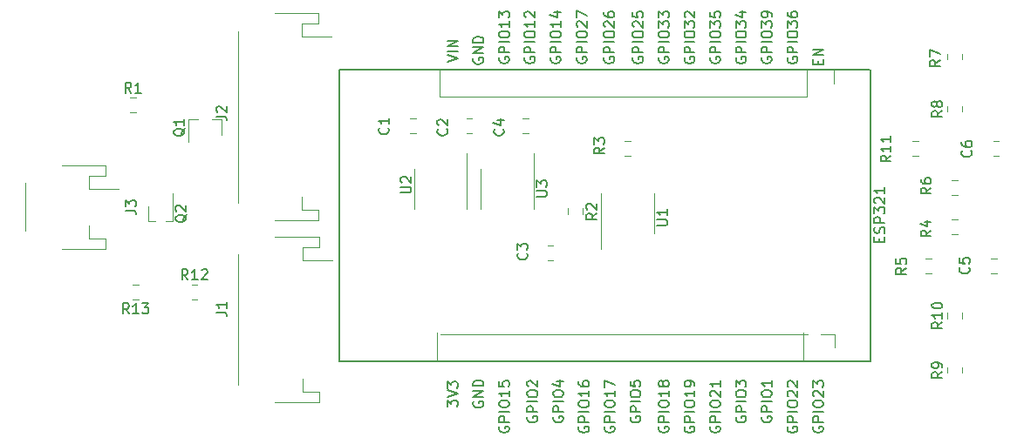
<source format=gbr>
G04 #@! TF.GenerationSoftware,KiCad,Pcbnew,(5.1.4)-1*
G04 #@! TF.CreationDate,2020-03-13T16:12:29-04:00*
G04 #@! TF.ProjectId,DriverDisplay4,44726976-6572-4446-9973-706c6179342e,rev?*
G04 #@! TF.SameCoordinates,Original*
G04 #@! TF.FileFunction,Legend,Top*
G04 #@! TF.FilePolarity,Positive*
%FSLAX46Y46*%
G04 Gerber Fmt 4.6, Leading zero omitted, Abs format (unit mm)*
G04 Created by KiCad (PCBNEW (5.1.4)-1) date 2020-03-13 16:12:29*
%MOMM*%
%LPD*%
G04 APERTURE LIST*
%ADD10C,0.120000*%
%ADD11C,0.150000*%
G04 APERTURE END LIST*
D10*
X95270000Y-68156000D02*
X99520000Y-68156000D01*
X99520000Y-68156000D02*
X99520000Y-69176000D01*
X99520000Y-69176000D02*
X97920000Y-69176000D01*
X97920000Y-69176000D02*
X97920000Y-70456000D01*
X97920000Y-70456000D02*
X100810000Y-70456000D01*
X95270000Y-88276000D02*
X99520000Y-88276000D01*
X99520000Y-88276000D02*
X99520000Y-87256000D01*
X99520000Y-87256000D02*
X97920000Y-87256000D01*
X97920000Y-87256000D02*
X97920000Y-85976000D01*
X91700000Y-69876000D02*
X91700000Y-86556000D01*
D11*
X153100000Y-101960000D02*
X153100000Y-73610000D01*
X144500000Y-101960000D02*
X153050000Y-101960000D01*
X153000000Y-73660000D02*
X101600000Y-73660000D01*
X101600000Y-73660000D02*
X101600000Y-101960000D01*
X101600000Y-101960000D02*
X144600000Y-101960000D01*
D10*
X149630000Y-99330000D02*
X149630000Y-100660000D01*
X148300000Y-99330000D02*
X149630000Y-99330000D01*
X146630000Y-99230000D02*
X146630000Y-101890000D01*
X146630000Y-101890000D02*
X111010000Y-101890000D01*
X147030000Y-99330000D02*
X111410000Y-99330000D01*
X111010000Y-99230000D02*
X111010000Y-101890000D01*
X111010000Y-99230000D02*
X111010000Y-101890000D01*
X147030000Y-99330000D02*
X111410000Y-99330000D01*
X146630000Y-101890000D02*
X111010000Y-101890000D01*
X146630000Y-99230000D02*
X146630000Y-101890000D01*
X148300000Y-99330000D02*
X149630000Y-99330000D01*
X149630000Y-99330000D02*
X149630000Y-100660000D01*
X149530000Y-73630000D02*
X149530000Y-74960000D01*
X148200000Y-73630000D02*
X149530000Y-73630000D01*
X146930000Y-73630000D02*
X146930000Y-76290000D01*
X146930000Y-76290000D02*
X111310000Y-76290000D01*
X146930000Y-73630000D02*
X111310000Y-73630000D01*
X111310000Y-73630000D02*
X111310000Y-76290000D01*
X111310000Y-73630000D02*
X111310000Y-76290000D01*
X146930000Y-73630000D02*
X111310000Y-73630000D01*
X146930000Y-76290000D02*
X111310000Y-76290000D01*
X146930000Y-73630000D02*
X146930000Y-76290000D01*
X148200000Y-73630000D02*
X149530000Y-73630000D01*
X149530000Y-73630000D02*
X149530000Y-74960000D01*
X132100000Y-87630000D02*
X132100000Y-85680000D01*
X132100000Y-87630000D02*
X132100000Y-89580000D01*
X126980000Y-87630000D02*
X126980000Y-85680000D01*
X126980000Y-87630000D02*
X126980000Y-91080000D01*
X164838748Y-92000000D02*
X165361252Y-92000000D01*
X164838748Y-93420000D02*
X165361252Y-93420000D01*
X165083748Y-81990000D02*
X165606252Y-81990000D01*
X165083748Y-80570000D02*
X165606252Y-80570000D01*
X125170000Y-87646252D02*
X125170000Y-87123748D01*
X123750000Y-87646252D02*
X123750000Y-87123748D01*
X129278748Y-80570000D02*
X129801252Y-80570000D01*
X129278748Y-81990000D02*
X129801252Y-81990000D01*
X161551252Y-88190000D02*
X161028748Y-88190000D01*
X161551252Y-89610000D02*
X161028748Y-89610000D01*
X159011252Y-92000000D02*
X158488748Y-92000000D01*
X159011252Y-93420000D02*
X158488748Y-93420000D01*
X161551252Y-84380000D02*
X161028748Y-84380000D01*
X161551252Y-85800000D02*
X161028748Y-85800000D01*
X162000000Y-72128748D02*
X162000000Y-72651252D01*
X160580000Y-72128748D02*
X160580000Y-72651252D01*
X162000000Y-77731252D02*
X162000000Y-77208748D01*
X160580000Y-77731252D02*
X160580000Y-77208748D01*
X160580000Y-103131252D02*
X160580000Y-102608748D01*
X162000000Y-103131252D02*
X162000000Y-102608748D01*
X160580000Y-97806252D02*
X160580000Y-97283748D01*
X162000000Y-97806252D02*
X162000000Y-97283748D01*
X157741252Y-81990000D02*
X157218748Y-81990000D01*
X157741252Y-80570000D02*
X157218748Y-80570000D01*
X108973252Y-78411000D02*
X108450748Y-78411000D01*
X108973252Y-79831000D02*
X108450748Y-79831000D01*
X113911748Y-79831000D02*
X114434252Y-79831000D01*
X113911748Y-78411000D02*
X114434252Y-78411000D01*
X121776748Y-90730000D02*
X122299252Y-90730000D01*
X121776748Y-92150000D02*
X122299252Y-92150000D01*
X119895252Y-79831000D02*
X119372748Y-79831000D01*
X119895252Y-78411000D02*
X119372748Y-78411000D01*
X95326000Y-89857000D02*
X99576000Y-89857000D01*
X99576000Y-89857000D02*
X99576000Y-90877000D01*
X99576000Y-90877000D02*
X97976000Y-90877000D01*
X97976000Y-90877000D02*
X97976000Y-92157000D01*
X97976000Y-92157000D02*
X100866000Y-92157000D01*
X95326000Y-105977000D02*
X99576000Y-105977000D01*
X99576000Y-105977000D02*
X99576000Y-104957000D01*
X99576000Y-104957000D02*
X97976000Y-104957000D01*
X97976000Y-104957000D02*
X97976000Y-103677000D01*
X91756000Y-91577000D02*
X91756000Y-104257000D01*
X113939000Y-85252000D02*
X113939000Y-81802000D01*
X113939000Y-85252000D02*
X113939000Y-87202000D01*
X108819000Y-85252000D02*
X108819000Y-83302000D01*
X108819000Y-85252000D02*
X108819000Y-87202000D01*
X115296000Y-85217000D02*
X115296000Y-87167000D01*
X115296000Y-85217000D02*
X115296000Y-83267000D01*
X120416000Y-85217000D02*
X120416000Y-87167000D01*
X120416000Y-85217000D02*
X120416000Y-81767000D01*
X74625000Y-82935000D02*
X78875000Y-82935000D01*
X78875000Y-82935000D02*
X78875000Y-83955000D01*
X78875000Y-83955000D02*
X77275000Y-83955000D01*
X77275000Y-83955000D02*
X77275000Y-85235000D01*
X77275000Y-85235000D02*
X80165000Y-85235000D01*
X74625000Y-91055000D02*
X78875000Y-91055000D01*
X78875000Y-91055000D02*
X78875000Y-90035000D01*
X78875000Y-90035000D02*
X77275000Y-90035000D01*
X77275000Y-90035000D02*
X77275000Y-88755000D01*
X71055000Y-84655000D02*
X71055000Y-89335000D01*
X90099000Y-78488000D02*
X89169000Y-78488000D01*
X86939000Y-78488000D02*
X87869000Y-78488000D01*
X86939000Y-78488000D02*
X86939000Y-80648000D01*
X90099000Y-78488000D02*
X90099000Y-79948000D01*
X83701000Y-88365000D02*
X83041000Y-88365000D01*
X85371000Y-88365000D02*
X84701000Y-88365000D01*
X85361000Y-88365000D02*
X85361000Y-85630000D01*
X83041000Y-86955000D02*
X83041000Y-88365000D01*
X81272748Y-76379000D02*
X81795252Y-76379000D01*
X81272748Y-77799000D02*
X81795252Y-77799000D01*
X87241748Y-95960000D02*
X87764252Y-95960000D01*
X87241748Y-94540000D02*
X87764252Y-94540000D01*
X82049252Y-95960000D02*
X81526748Y-95960000D01*
X82049252Y-94540000D02*
X81526748Y-94540000D01*
D11*
X89622380Y-78184333D02*
X90336666Y-78184333D01*
X90479523Y-78231952D01*
X90574761Y-78327190D01*
X90622380Y-78470047D01*
X90622380Y-78565285D01*
X89717619Y-77755761D02*
X89670000Y-77708142D01*
X89622380Y-77612904D01*
X89622380Y-77374809D01*
X89670000Y-77279571D01*
X89717619Y-77231952D01*
X89812857Y-77184333D01*
X89908095Y-77184333D01*
X90050952Y-77231952D01*
X90622380Y-77803380D01*
X90622380Y-77184333D01*
X153979571Y-90376047D02*
X153979571Y-90042714D01*
X154503380Y-89899857D02*
X154503380Y-90376047D01*
X153503380Y-90376047D01*
X153503380Y-89899857D01*
X154455761Y-89518904D02*
X154503380Y-89376047D01*
X154503380Y-89137952D01*
X154455761Y-89042714D01*
X154408142Y-88995095D01*
X154312904Y-88947476D01*
X154217666Y-88947476D01*
X154122428Y-88995095D01*
X154074809Y-89042714D01*
X154027190Y-89137952D01*
X153979571Y-89328428D01*
X153931952Y-89423666D01*
X153884333Y-89471285D01*
X153789095Y-89518904D01*
X153693857Y-89518904D01*
X153598619Y-89471285D01*
X153551000Y-89423666D01*
X153503380Y-89328428D01*
X153503380Y-89090333D01*
X153551000Y-88947476D01*
X154503380Y-88518904D02*
X153503380Y-88518904D01*
X153503380Y-88137952D01*
X153551000Y-88042714D01*
X153598619Y-87995095D01*
X153693857Y-87947476D01*
X153836714Y-87947476D01*
X153931952Y-87995095D01*
X153979571Y-88042714D01*
X154027190Y-88137952D01*
X154027190Y-88518904D01*
X153503380Y-87614142D02*
X153503380Y-86995095D01*
X153884333Y-87328428D01*
X153884333Y-87185571D01*
X153931952Y-87090333D01*
X153979571Y-87042714D01*
X154074809Y-86995095D01*
X154312904Y-86995095D01*
X154408142Y-87042714D01*
X154455761Y-87090333D01*
X154503380Y-87185571D01*
X154503380Y-87471285D01*
X154455761Y-87566523D01*
X154408142Y-87614142D01*
X153598619Y-86614142D02*
X153551000Y-86566523D01*
X153503380Y-86471285D01*
X153503380Y-86233190D01*
X153551000Y-86137952D01*
X153598619Y-86090333D01*
X153693857Y-86042714D01*
X153789095Y-86042714D01*
X153931952Y-86090333D01*
X154503380Y-86661761D01*
X154503380Y-86042714D01*
X154503380Y-85090333D02*
X154503380Y-85661761D01*
X154503380Y-85376047D02*
X153503380Y-85376047D01*
X153646238Y-85471285D01*
X153741476Y-85566523D01*
X153789095Y-85661761D01*
X147600000Y-108362380D02*
X147552380Y-108457619D01*
X147552380Y-108600476D01*
X147600000Y-108743333D01*
X147695238Y-108838571D01*
X147790476Y-108886190D01*
X147980952Y-108933809D01*
X148123809Y-108933809D01*
X148314285Y-108886190D01*
X148409523Y-108838571D01*
X148504761Y-108743333D01*
X148552380Y-108600476D01*
X148552380Y-108505238D01*
X148504761Y-108362380D01*
X148457142Y-108314761D01*
X148123809Y-108314761D01*
X148123809Y-108505238D01*
X148552380Y-107886190D02*
X147552380Y-107886190D01*
X147552380Y-107505238D01*
X147600000Y-107410000D01*
X147647619Y-107362380D01*
X147742857Y-107314761D01*
X147885714Y-107314761D01*
X147980952Y-107362380D01*
X148028571Y-107410000D01*
X148076190Y-107505238D01*
X148076190Y-107886190D01*
X148552380Y-106886190D02*
X147552380Y-106886190D01*
X147552380Y-106219523D02*
X147552380Y-106029047D01*
X147600000Y-105933809D01*
X147695238Y-105838571D01*
X147885714Y-105790952D01*
X148219047Y-105790952D01*
X148409523Y-105838571D01*
X148504761Y-105933809D01*
X148552380Y-106029047D01*
X148552380Y-106219523D01*
X148504761Y-106314761D01*
X148409523Y-106410000D01*
X148219047Y-106457619D01*
X147885714Y-106457619D01*
X147695238Y-106410000D01*
X147600000Y-106314761D01*
X147552380Y-106219523D01*
X147647619Y-105410000D02*
X147600000Y-105362380D01*
X147552380Y-105267142D01*
X147552380Y-105029047D01*
X147600000Y-104933809D01*
X147647619Y-104886190D01*
X147742857Y-104838571D01*
X147838095Y-104838571D01*
X147980952Y-104886190D01*
X148552380Y-105457619D01*
X148552380Y-104838571D01*
X147552380Y-104505238D02*
X147552380Y-103886190D01*
X147933333Y-104219523D01*
X147933333Y-104076666D01*
X147980952Y-103981428D01*
X148028571Y-103933809D01*
X148123809Y-103886190D01*
X148361904Y-103886190D01*
X148457142Y-103933809D01*
X148504761Y-103981428D01*
X148552380Y-104076666D01*
X148552380Y-104362380D01*
X148504761Y-104457619D01*
X148457142Y-104505238D01*
X145100000Y-108362380D02*
X145052380Y-108457619D01*
X145052380Y-108600476D01*
X145100000Y-108743333D01*
X145195238Y-108838571D01*
X145290476Y-108886190D01*
X145480952Y-108933809D01*
X145623809Y-108933809D01*
X145814285Y-108886190D01*
X145909523Y-108838571D01*
X146004761Y-108743333D01*
X146052380Y-108600476D01*
X146052380Y-108505238D01*
X146004761Y-108362380D01*
X145957142Y-108314761D01*
X145623809Y-108314761D01*
X145623809Y-108505238D01*
X146052380Y-107886190D02*
X145052380Y-107886190D01*
X145052380Y-107505238D01*
X145100000Y-107410000D01*
X145147619Y-107362380D01*
X145242857Y-107314761D01*
X145385714Y-107314761D01*
X145480952Y-107362380D01*
X145528571Y-107410000D01*
X145576190Y-107505238D01*
X145576190Y-107886190D01*
X146052380Y-106886190D02*
X145052380Y-106886190D01*
X145052380Y-106219523D02*
X145052380Y-106029047D01*
X145100000Y-105933809D01*
X145195238Y-105838571D01*
X145385714Y-105790952D01*
X145719047Y-105790952D01*
X145909523Y-105838571D01*
X146004761Y-105933809D01*
X146052380Y-106029047D01*
X146052380Y-106219523D01*
X146004761Y-106314761D01*
X145909523Y-106410000D01*
X145719047Y-106457619D01*
X145385714Y-106457619D01*
X145195238Y-106410000D01*
X145100000Y-106314761D01*
X145052380Y-106219523D01*
X145147619Y-105410000D02*
X145100000Y-105362380D01*
X145052380Y-105267142D01*
X145052380Y-105029047D01*
X145100000Y-104933809D01*
X145147619Y-104886190D01*
X145242857Y-104838571D01*
X145338095Y-104838571D01*
X145480952Y-104886190D01*
X146052380Y-105457619D01*
X146052380Y-104838571D01*
X145147619Y-104457619D02*
X145100000Y-104410000D01*
X145052380Y-104314761D01*
X145052380Y-104076666D01*
X145100000Y-103981428D01*
X145147619Y-103933809D01*
X145242857Y-103886190D01*
X145338095Y-103886190D01*
X145480952Y-103933809D01*
X146052380Y-104505238D01*
X146052380Y-103886190D01*
X142600000Y-107386190D02*
X142552380Y-107481428D01*
X142552380Y-107624285D01*
X142600000Y-107767142D01*
X142695238Y-107862380D01*
X142790476Y-107910000D01*
X142980952Y-107957619D01*
X143123809Y-107957619D01*
X143314285Y-107910000D01*
X143409523Y-107862380D01*
X143504761Y-107767142D01*
X143552380Y-107624285D01*
X143552380Y-107529047D01*
X143504761Y-107386190D01*
X143457142Y-107338571D01*
X143123809Y-107338571D01*
X143123809Y-107529047D01*
X143552380Y-106910000D02*
X142552380Y-106910000D01*
X142552380Y-106529047D01*
X142600000Y-106433809D01*
X142647619Y-106386190D01*
X142742857Y-106338571D01*
X142885714Y-106338571D01*
X142980952Y-106386190D01*
X143028571Y-106433809D01*
X143076190Y-106529047D01*
X143076190Y-106910000D01*
X143552380Y-105910000D02*
X142552380Y-105910000D01*
X142552380Y-105243333D02*
X142552380Y-105052857D01*
X142600000Y-104957619D01*
X142695238Y-104862380D01*
X142885714Y-104814761D01*
X143219047Y-104814761D01*
X143409523Y-104862380D01*
X143504761Y-104957619D01*
X143552380Y-105052857D01*
X143552380Y-105243333D01*
X143504761Y-105338571D01*
X143409523Y-105433809D01*
X143219047Y-105481428D01*
X142885714Y-105481428D01*
X142695238Y-105433809D01*
X142600000Y-105338571D01*
X142552380Y-105243333D01*
X143552380Y-103862380D02*
X143552380Y-104433809D01*
X143552380Y-104148095D02*
X142552380Y-104148095D01*
X142695238Y-104243333D01*
X142790476Y-104338571D01*
X142838095Y-104433809D01*
X140100000Y-107386190D02*
X140052380Y-107481428D01*
X140052380Y-107624285D01*
X140100000Y-107767142D01*
X140195238Y-107862380D01*
X140290476Y-107910000D01*
X140480952Y-107957619D01*
X140623809Y-107957619D01*
X140814285Y-107910000D01*
X140909523Y-107862380D01*
X141004761Y-107767142D01*
X141052380Y-107624285D01*
X141052380Y-107529047D01*
X141004761Y-107386190D01*
X140957142Y-107338571D01*
X140623809Y-107338571D01*
X140623809Y-107529047D01*
X141052380Y-106910000D02*
X140052380Y-106910000D01*
X140052380Y-106529047D01*
X140100000Y-106433809D01*
X140147619Y-106386190D01*
X140242857Y-106338571D01*
X140385714Y-106338571D01*
X140480952Y-106386190D01*
X140528571Y-106433809D01*
X140576190Y-106529047D01*
X140576190Y-106910000D01*
X141052380Y-105910000D02*
X140052380Y-105910000D01*
X140052380Y-105243333D02*
X140052380Y-105052857D01*
X140100000Y-104957619D01*
X140195238Y-104862380D01*
X140385714Y-104814761D01*
X140719047Y-104814761D01*
X140909523Y-104862380D01*
X141004761Y-104957619D01*
X141052380Y-105052857D01*
X141052380Y-105243333D01*
X141004761Y-105338571D01*
X140909523Y-105433809D01*
X140719047Y-105481428D01*
X140385714Y-105481428D01*
X140195238Y-105433809D01*
X140100000Y-105338571D01*
X140052380Y-105243333D01*
X140052380Y-104481428D02*
X140052380Y-103862380D01*
X140433333Y-104195714D01*
X140433333Y-104052857D01*
X140480952Y-103957619D01*
X140528571Y-103910000D01*
X140623809Y-103862380D01*
X140861904Y-103862380D01*
X140957142Y-103910000D01*
X141004761Y-103957619D01*
X141052380Y-104052857D01*
X141052380Y-104338571D01*
X141004761Y-104433809D01*
X140957142Y-104481428D01*
X137600000Y-108362380D02*
X137552380Y-108457619D01*
X137552380Y-108600476D01*
X137600000Y-108743333D01*
X137695238Y-108838571D01*
X137790476Y-108886190D01*
X137980952Y-108933809D01*
X138123809Y-108933809D01*
X138314285Y-108886190D01*
X138409523Y-108838571D01*
X138504761Y-108743333D01*
X138552380Y-108600476D01*
X138552380Y-108505238D01*
X138504761Y-108362380D01*
X138457142Y-108314761D01*
X138123809Y-108314761D01*
X138123809Y-108505238D01*
X138552380Y-107886190D02*
X137552380Y-107886190D01*
X137552380Y-107505238D01*
X137600000Y-107410000D01*
X137647619Y-107362380D01*
X137742857Y-107314761D01*
X137885714Y-107314761D01*
X137980952Y-107362380D01*
X138028571Y-107410000D01*
X138076190Y-107505238D01*
X138076190Y-107886190D01*
X138552380Y-106886190D02*
X137552380Y-106886190D01*
X137552380Y-106219523D02*
X137552380Y-106029047D01*
X137600000Y-105933809D01*
X137695238Y-105838571D01*
X137885714Y-105790952D01*
X138219047Y-105790952D01*
X138409523Y-105838571D01*
X138504761Y-105933809D01*
X138552380Y-106029047D01*
X138552380Y-106219523D01*
X138504761Y-106314761D01*
X138409523Y-106410000D01*
X138219047Y-106457619D01*
X137885714Y-106457619D01*
X137695238Y-106410000D01*
X137600000Y-106314761D01*
X137552380Y-106219523D01*
X137647619Y-105410000D02*
X137600000Y-105362380D01*
X137552380Y-105267142D01*
X137552380Y-105029047D01*
X137600000Y-104933809D01*
X137647619Y-104886190D01*
X137742857Y-104838571D01*
X137838095Y-104838571D01*
X137980952Y-104886190D01*
X138552380Y-105457619D01*
X138552380Y-104838571D01*
X138552380Y-103886190D02*
X138552380Y-104457619D01*
X138552380Y-104171904D02*
X137552380Y-104171904D01*
X137695238Y-104267142D01*
X137790476Y-104362380D01*
X137838095Y-104457619D01*
X135100000Y-108362380D02*
X135052380Y-108457619D01*
X135052380Y-108600476D01*
X135100000Y-108743333D01*
X135195238Y-108838571D01*
X135290476Y-108886190D01*
X135480952Y-108933809D01*
X135623809Y-108933809D01*
X135814285Y-108886190D01*
X135909523Y-108838571D01*
X136004761Y-108743333D01*
X136052380Y-108600476D01*
X136052380Y-108505238D01*
X136004761Y-108362380D01*
X135957142Y-108314761D01*
X135623809Y-108314761D01*
X135623809Y-108505238D01*
X136052380Y-107886190D02*
X135052380Y-107886190D01*
X135052380Y-107505238D01*
X135100000Y-107410000D01*
X135147619Y-107362380D01*
X135242857Y-107314761D01*
X135385714Y-107314761D01*
X135480952Y-107362380D01*
X135528571Y-107410000D01*
X135576190Y-107505238D01*
X135576190Y-107886190D01*
X136052380Y-106886190D02*
X135052380Y-106886190D01*
X135052380Y-106219523D02*
X135052380Y-106029047D01*
X135100000Y-105933809D01*
X135195238Y-105838571D01*
X135385714Y-105790952D01*
X135719047Y-105790952D01*
X135909523Y-105838571D01*
X136004761Y-105933809D01*
X136052380Y-106029047D01*
X136052380Y-106219523D01*
X136004761Y-106314761D01*
X135909523Y-106410000D01*
X135719047Y-106457619D01*
X135385714Y-106457619D01*
X135195238Y-106410000D01*
X135100000Y-106314761D01*
X135052380Y-106219523D01*
X136052380Y-104838571D02*
X136052380Y-105410000D01*
X136052380Y-105124285D02*
X135052380Y-105124285D01*
X135195238Y-105219523D01*
X135290476Y-105314761D01*
X135338095Y-105410000D01*
X136052380Y-104362380D02*
X136052380Y-104171904D01*
X136004761Y-104076666D01*
X135957142Y-104029047D01*
X135814285Y-103933809D01*
X135623809Y-103886190D01*
X135242857Y-103886190D01*
X135147619Y-103933809D01*
X135100000Y-103981428D01*
X135052380Y-104076666D01*
X135052380Y-104267142D01*
X135100000Y-104362380D01*
X135147619Y-104410000D01*
X135242857Y-104457619D01*
X135480952Y-104457619D01*
X135576190Y-104410000D01*
X135623809Y-104362380D01*
X135671428Y-104267142D01*
X135671428Y-104076666D01*
X135623809Y-103981428D01*
X135576190Y-103933809D01*
X135480952Y-103886190D01*
X132600000Y-108362380D02*
X132552380Y-108457619D01*
X132552380Y-108600476D01*
X132600000Y-108743333D01*
X132695238Y-108838571D01*
X132790476Y-108886190D01*
X132980952Y-108933809D01*
X133123809Y-108933809D01*
X133314285Y-108886190D01*
X133409523Y-108838571D01*
X133504761Y-108743333D01*
X133552380Y-108600476D01*
X133552380Y-108505238D01*
X133504761Y-108362380D01*
X133457142Y-108314761D01*
X133123809Y-108314761D01*
X133123809Y-108505238D01*
X133552380Y-107886190D02*
X132552380Y-107886190D01*
X132552380Y-107505238D01*
X132600000Y-107410000D01*
X132647619Y-107362380D01*
X132742857Y-107314761D01*
X132885714Y-107314761D01*
X132980952Y-107362380D01*
X133028571Y-107410000D01*
X133076190Y-107505238D01*
X133076190Y-107886190D01*
X133552380Y-106886190D02*
X132552380Y-106886190D01*
X132552380Y-106219523D02*
X132552380Y-106029047D01*
X132600000Y-105933809D01*
X132695238Y-105838571D01*
X132885714Y-105790952D01*
X133219047Y-105790952D01*
X133409523Y-105838571D01*
X133504761Y-105933809D01*
X133552380Y-106029047D01*
X133552380Y-106219523D01*
X133504761Y-106314761D01*
X133409523Y-106410000D01*
X133219047Y-106457619D01*
X132885714Y-106457619D01*
X132695238Y-106410000D01*
X132600000Y-106314761D01*
X132552380Y-106219523D01*
X133552380Y-104838571D02*
X133552380Y-105410000D01*
X133552380Y-105124285D02*
X132552380Y-105124285D01*
X132695238Y-105219523D01*
X132790476Y-105314761D01*
X132838095Y-105410000D01*
X132980952Y-104267142D02*
X132933333Y-104362380D01*
X132885714Y-104410000D01*
X132790476Y-104457619D01*
X132742857Y-104457619D01*
X132647619Y-104410000D01*
X132600000Y-104362380D01*
X132552380Y-104267142D01*
X132552380Y-104076666D01*
X132600000Y-103981428D01*
X132647619Y-103933809D01*
X132742857Y-103886190D01*
X132790476Y-103886190D01*
X132885714Y-103933809D01*
X132933333Y-103981428D01*
X132980952Y-104076666D01*
X132980952Y-104267142D01*
X133028571Y-104362380D01*
X133076190Y-104410000D01*
X133171428Y-104457619D01*
X133361904Y-104457619D01*
X133457142Y-104410000D01*
X133504761Y-104362380D01*
X133552380Y-104267142D01*
X133552380Y-104076666D01*
X133504761Y-103981428D01*
X133457142Y-103933809D01*
X133361904Y-103886190D01*
X133171428Y-103886190D01*
X133076190Y-103933809D01*
X133028571Y-103981428D01*
X132980952Y-104076666D01*
X129850000Y-107386190D02*
X129802380Y-107481428D01*
X129802380Y-107624285D01*
X129850000Y-107767142D01*
X129945238Y-107862380D01*
X130040476Y-107910000D01*
X130230952Y-107957619D01*
X130373809Y-107957619D01*
X130564285Y-107910000D01*
X130659523Y-107862380D01*
X130754761Y-107767142D01*
X130802380Y-107624285D01*
X130802380Y-107529047D01*
X130754761Y-107386190D01*
X130707142Y-107338571D01*
X130373809Y-107338571D01*
X130373809Y-107529047D01*
X130802380Y-106910000D02*
X129802380Y-106910000D01*
X129802380Y-106529047D01*
X129850000Y-106433809D01*
X129897619Y-106386190D01*
X129992857Y-106338571D01*
X130135714Y-106338571D01*
X130230952Y-106386190D01*
X130278571Y-106433809D01*
X130326190Y-106529047D01*
X130326190Y-106910000D01*
X130802380Y-105910000D02*
X129802380Y-105910000D01*
X129802380Y-105243333D02*
X129802380Y-105052857D01*
X129850000Y-104957619D01*
X129945238Y-104862380D01*
X130135714Y-104814761D01*
X130469047Y-104814761D01*
X130659523Y-104862380D01*
X130754761Y-104957619D01*
X130802380Y-105052857D01*
X130802380Y-105243333D01*
X130754761Y-105338571D01*
X130659523Y-105433809D01*
X130469047Y-105481428D01*
X130135714Y-105481428D01*
X129945238Y-105433809D01*
X129850000Y-105338571D01*
X129802380Y-105243333D01*
X129802380Y-103910000D02*
X129802380Y-104386190D01*
X130278571Y-104433809D01*
X130230952Y-104386190D01*
X130183333Y-104290952D01*
X130183333Y-104052857D01*
X130230952Y-103957619D01*
X130278571Y-103910000D01*
X130373809Y-103862380D01*
X130611904Y-103862380D01*
X130707142Y-103910000D01*
X130754761Y-103957619D01*
X130802380Y-104052857D01*
X130802380Y-104290952D01*
X130754761Y-104386190D01*
X130707142Y-104433809D01*
X127350000Y-108362380D02*
X127302380Y-108457619D01*
X127302380Y-108600476D01*
X127350000Y-108743333D01*
X127445238Y-108838571D01*
X127540476Y-108886190D01*
X127730952Y-108933809D01*
X127873809Y-108933809D01*
X128064285Y-108886190D01*
X128159523Y-108838571D01*
X128254761Y-108743333D01*
X128302380Y-108600476D01*
X128302380Y-108505238D01*
X128254761Y-108362380D01*
X128207142Y-108314761D01*
X127873809Y-108314761D01*
X127873809Y-108505238D01*
X128302380Y-107886190D02*
X127302380Y-107886190D01*
X127302380Y-107505238D01*
X127350000Y-107410000D01*
X127397619Y-107362380D01*
X127492857Y-107314761D01*
X127635714Y-107314761D01*
X127730952Y-107362380D01*
X127778571Y-107410000D01*
X127826190Y-107505238D01*
X127826190Y-107886190D01*
X128302380Y-106886190D02*
X127302380Y-106886190D01*
X127302380Y-106219523D02*
X127302380Y-106029047D01*
X127350000Y-105933809D01*
X127445238Y-105838571D01*
X127635714Y-105790952D01*
X127969047Y-105790952D01*
X128159523Y-105838571D01*
X128254761Y-105933809D01*
X128302380Y-106029047D01*
X128302380Y-106219523D01*
X128254761Y-106314761D01*
X128159523Y-106410000D01*
X127969047Y-106457619D01*
X127635714Y-106457619D01*
X127445238Y-106410000D01*
X127350000Y-106314761D01*
X127302380Y-106219523D01*
X128302380Y-104838571D02*
X128302380Y-105410000D01*
X128302380Y-105124285D02*
X127302380Y-105124285D01*
X127445238Y-105219523D01*
X127540476Y-105314761D01*
X127588095Y-105410000D01*
X127302380Y-104505238D02*
X127302380Y-103838571D01*
X128302380Y-104267142D01*
X124850000Y-108362380D02*
X124802380Y-108457619D01*
X124802380Y-108600476D01*
X124850000Y-108743333D01*
X124945238Y-108838571D01*
X125040476Y-108886190D01*
X125230952Y-108933809D01*
X125373809Y-108933809D01*
X125564285Y-108886190D01*
X125659523Y-108838571D01*
X125754761Y-108743333D01*
X125802380Y-108600476D01*
X125802380Y-108505238D01*
X125754761Y-108362380D01*
X125707142Y-108314761D01*
X125373809Y-108314761D01*
X125373809Y-108505238D01*
X125802380Y-107886190D02*
X124802380Y-107886190D01*
X124802380Y-107505238D01*
X124850000Y-107410000D01*
X124897619Y-107362380D01*
X124992857Y-107314761D01*
X125135714Y-107314761D01*
X125230952Y-107362380D01*
X125278571Y-107410000D01*
X125326190Y-107505238D01*
X125326190Y-107886190D01*
X125802380Y-106886190D02*
X124802380Y-106886190D01*
X124802380Y-106219523D02*
X124802380Y-106029047D01*
X124850000Y-105933809D01*
X124945238Y-105838571D01*
X125135714Y-105790952D01*
X125469047Y-105790952D01*
X125659523Y-105838571D01*
X125754761Y-105933809D01*
X125802380Y-106029047D01*
X125802380Y-106219523D01*
X125754761Y-106314761D01*
X125659523Y-106410000D01*
X125469047Y-106457619D01*
X125135714Y-106457619D01*
X124945238Y-106410000D01*
X124850000Y-106314761D01*
X124802380Y-106219523D01*
X125802380Y-104838571D02*
X125802380Y-105410000D01*
X125802380Y-105124285D02*
X124802380Y-105124285D01*
X124945238Y-105219523D01*
X125040476Y-105314761D01*
X125088095Y-105410000D01*
X124802380Y-103981428D02*
X124802380Y-104171904D01*
X124850000Y-104267142D01*
X124897619Y-104314761D01*
X125040476Y-104410000D01*
X125230952Y-104457619D01*
X125611904Y-104457619D01*
X125707142Y-104410000D01*
X125754761Y-104362380D01*
X125802380Y-104267142D01*
X125802380Y-104076666D01*
X125754761Y-103981428D01*
X125707142Y-103933809D01*
X125611904Y-103886190D01*
X125373809Y-103886190D01*
X125278571Y-103933809D01*
X125230952Y-103981428D01*
X125183333Y-104076666D01*
X125183333Y-104267142D01*
X125230952Y-104362380D01*
X125278571Y-104410000D01*
X125373809Y-104457619D01*
X122350000Y-107386190D02*
X122302380Y-107481428D01*
X122302380Y-107624285D01*
X122350000Y-107767142D01*
X122445238Y-107862380D01*
X122540476Y-107910000D01*
X122730952Y-107957619D01*
X122873809Y-107957619D01*
X123064285Y-107910000D01*
X123159523Y-107862380D01*
X123254761Y-107767142D01*
X123302380Y-107624285D01*
X123302380Y-107529047D01*
X123254761Y-107386190D01*
X123207142Y-107338571D01*
X122873809Y-107338571D01*
X122873809Y-107529047D01*
X123302380Y-106910000D02*
X122302380Y-106910000D01*
X122302380Y-106529047D01*
X122350000Y-106433809D01*
X122397619Y-106386190D01*
X122492857Y-106338571D01*
X122635714Y-106338571D01*
X122730952Y-106386190D01*
X122778571Y-106433809D01*
X122826190Y-106529047D01*
X122826190Y-106910000D01*
X123302380Y-105910000D02*
X122302380Y-105910000D01*
X122302380Y-105243333D02*
X122302380Y-105052857D01*
X122350000Y-104957619D01*
X122445238Y-104862380D01*
X122635714Y-104814761D01*
X122969047Y-104814761D01*
X123159523Y-104862380D01*
X123254761Y-104957619D01*
X123302380Y-105052857D01*
X123302380Y-105243333D01*
X123254761Y-105338571D01*
X123159523Y-105433809D01*
X122969047Y-105481428D01*
X122635714Y-105481428D01*
X122445238Y-105433809D01*
X122350000Y-105338571D01*
X122302380Y-105243333D01*
X122635714Y-103957619D02*
X123302380Y-103957619D01*
X122254761Y-104195714D02*
X122969047Y-104433809D01*
X122969047Y-103814761D01*
X119850000Y-107386190D02*
X119802380Y-107481428D01*
X119802380Y-107624285D01*
X119850000Y-107767142D01*
X119945238Y-107862380D01*
X120040476Y-107910000D01*
X120230952Y-107957619D01*
X120373809Y-107957619D01*
X120564285Y-107910000D01*
X120659523Y-107862380D01*
X120754761Y-107767142D01*
X120802380Y-107624285D01*
X120802380Y-107529047D01*
X120754761Y-107386190D01*
X120707142Y-107338571D01*
X120373809Y-107338571D01*
X120373809Y-107529047D01*
X120802380Y-106910000D02*
X119802380Y-106910000D01*
X119802380Y-106529047D01*
X119850000Y-106433809D01*
X119897619Y-106386190D01*
X119992857Y-106338571D01*
X120135714Y-106338571D01*
X120230952Y-106386190D01*
X120278571Y-106433809D01*
X120326190Y-106529047D01*
X120326190Y-106910000D01*
X120802380Y-105910000D02*
X119802380Y-105910000D01*
X119802380Y-105243333D02*
X119802380Y-105052857D01*
X119850000Y-104957619D01*
X119945238Y-104862380D01*
X120135714Y-104814761D01*
X120469047Y-104814761D01*
X120659523Y-104862380D01*
X120754761Y-104957619D01*
X120802380Y-105052857D01*
X120802380Y-105243333D01*
X120754761Y-105338571D01*
X120659523Y-105433809D01*
X120469047Y-105481428D01*
X120135714Y-105481428D01*
X119945238Y-105433809D01*
X119850000Y-105338571D01*
X119802380Y-105243333D01*
X119897619Y-104433809D02*
X119850000Y-104386190D01*
X119802380Y-104290952D01*
X119802380Y-104052857D01*
X119850000Y-103957619D01*
X119897619Y-103910000D01*
X119992857Y-103862380D01*
X120088095Y-103862380D01*
X120230952Y-103910000D01*
X120802380Y-104481428D01*
X120802380Y-103862380D01*
X117100000Y-108362380D02*
X117052380Y-108457619D01*
X117052380Y-108600476D01*
X117100000Y-108743333D01*
X117195238Y-108838571D01*
X117290476Y-108886190D01*
X117480952Y-108933809D01*
X117623809Y-108933809D01*
X117814285Y-108886190D01*
X117909523Y-108838571D01*
X118004761Y-108743333D01*
X118052380Y-108600476D01*
X118052380Y-108505238D01*
X118004761Y-108362380D01*
X117957142Y-108314761D01*
X117623809Y-108314761D01*
X117623809Y-108505238D01*
X118052380Y-107886190D02*
X117052380Y-107886190D01*
X117052380Y-107505238D01*
X117100000Y-107410000D01*
X117147619Y-107362380D01*
X117242857Y-107314761D01*
X117385714Y-107314761D01*
X117480952Y-107362380D01*
X117528571Y-107410000D01*
X117576190Y-107505238D01*
X117576190Y-107886190D01*
X118052380Y-106886190D02*
X117052380Y-106886190D01*
X117052380Y-106219523D02*
X117052380Y-106029047D01*
X117100000Y-105933809D01*
X117195238Y-105838571D01*
X117385714Y-105790952D01*
X117719047Y-105790952D01*
X117909523Y-105838571D01*
X118004761Y-105933809D01*
X118052380Y-106029047D01*
X118052380Y-106219523D01*
X118004761Y-106314761D01*
X117909523Y-106410000D01*
X117719047Y-106457619D01*
X117385714Y-106457619D01*
X117195238Y-106410000D01*
X117100000Y-106314761D01*
X117052380Y-106219523D01*
X118052380Y-104838571D02*
X118052380Y-105410000D01*
X118052380Y-105124285D02*
X117052380Y-105124285D01*
X117195238Y-105219523D01*
X117290476Y-105314761D01*
X117338095Y-105410000D01*
X117052380Y-103933809D02*
X117052380Y-104410000D01*
X117528571Y-104457619D01*
X117480952Y-104410000D01*
X117433333Y-104314761D01*
X117433333Y-104076666D01*
X117480952Y-103981428D01*
X117528571Y-103933809D01*
X117623809Y-103886190D01*
X117861904Y-103886190D01*
X117957142Y-103933809D01*
X118004761Y-103981428D01*
X118052380Y-104076666D01*
X118052380Y-104314761D01*
X118004761Y-104410000D01*
X117957142Y-104457619D01*
X112052380Y-106398095D02*
X112052380Y-105779047D01*
X112433333Y-106112380D01*
X112433333Y-105969523D01*
X112480952Y-105874285D01*
X112528571Y-105826666D01*
X112623809Y-105779047D01*
X112861904Y-105779047D01*
X112957142Y-105826666D01*
X113004761Y-105874285D01*
X113052380Y-105969523D01*
X113052380Y-106255238D01*
X113004761Y-106350476D01*
X112957142Y-106398095D01*
X112052380Y-105493333D02*
X113052380Y-105160000D01*
X112052380Y-104826666D01*
X112052380Y-104588571D02*
X112052380Y-103969523D01*
X112433333Y-104302857D01*
X112433333Y-104160000D01*
X112480952Y-104064761D01*
X112528571Y-104017142D01*
X112623809Y-103969523D01*
X112861904Y-103969523D01*
X112957142Y-104017142D01*
X113004761Y-104064761D01*
X113052380Y-104160000D01*
X113052380Y-104445714D01*
X113004761Y-104540952D01*
X112957142Y-104588571D01*
X112052380Y-72850238D02*
X113052380Y-72516904D01*
X112052380Y-72183571D01*
X113052380Y-71850238D02*
X112052380Y-71850238D01*
X113052380Y-71374047D02*
X112052380Y-71374047D01*
X113052380Y-70802619D01*
X112052380Y-70802619D01*
X114600000Y-105921904D02*
X114552380Y-106017142D01*
X114552380Y-106160000D01*
X114600000Y-106302857D01*
X114695238Y-106398095D01*
X114790476Y-106445714D01*
X114980952Y-106493333D01*
X115123809Y-106493333D01*
X115314285Y-106445714D01*
X115409523Y-106398095D01*
X115504761Y-106302857D01*
X115552380Y-106160000D01*
X115552380Y-106064761D01*
X115504761Y-105921904D01*
X115457142Y-105874285D01*
X115123809Y-105874285D01*
X115123809Y-106064761D01*
X115552380Y-105445714D02*
X114552380Y-105445714D01*
X115552380Y-104874285D01*
X114552380Y-104874285D01*
X115552380Y-104398095D02*
X114552380Y-104398095D01*
X114552380Y-104160000D01*
X114600000Y-104017142D01*
X114695238Y-103921904D01*
X114790476Y-103874285D01*
X114980952Y-103826666D01*
X115123809Y-103826666D01*
X115314285Y-103874285D01*
X115409523Y-103921904D01*
X115504761Y-104017142D01*
X115552380Y-104160000D01*
X115552380Y-104398095D01*
X114600000Y-72516904D02*
X114552380Y-72612142D01*
X114552380Y-72755000D01*
X114600000Y-72897857D01*
X114695238Y-72993095D01*
X114790476Y-73040714D01*
X114980952Y-73088333D01*
X115123809Y-73088333D01*
X115314285Y-73040714D01*
X115409523Y-72993095D01*
X115504761Y-72897857D01*
X115552380Y-72755000D01*
X115552380Y-72659761D01*
X115504761Y-72516904D01*
X115457142Y-72469285D01*
X115123809Y-72469285D01*
X115123809Y-72659761D01*
X115552380Y-72040714D02*
X114552380Y-72040714D01*
X115552380Y-71469285D01*
X114552380Y-71469285D01*
X115552380Y-70993095D02*
X114552380Y-70993095D01*
X114552380Y-70755000D01*
X114600000Y-70612142D01*
X114695238Y-70516904D01*
X114790476Y-70469285D01*
X114980952Y-70421666D01*
X115123809Y-70421666D01*
X115314285Y-70469285D01*
X115409523Y-70516904D01*
X115504761Y-70612142D01*
X115552380Y-70755000D01*
X115552380Y-70993095D01*
X117100000Y-72437380D02*
X117052380Y-72532619D01*
X117052380Y-72675476D01*
X117100000Y-72818333D01*
X117195238Y-72913571D01*
X117290476Y-72961190D01*
X117480952Y-73008809D01*
X117623809Y-73008809D01*
X117814285Y-72961190D01*
X117909523Y-72913571D01*
X118004761Y-72818333D01*
X118052380Y-72675476D01*
X118052380Y-72580238D01*
X118004761Y-72437380D01*
X117957142Y-72389761D01*
X117623809Y-72389761D01*
X117623809Y-72580238D01*
X118052380Y-71961190D02*
X117052380Y-71961190D01*
X117052380Y-71580238D01*
X117100000Y-71485000D01*
X117147619Y-71437380D01*
X117242857Y-71389761D01*
X117385714Y-71389761D01*
X117480952Y-71437380D01*
X117528571Y-71485000D01*
X117576190Y-71580238D01*
X117576190Y-71961190D01*
X118052380Y-70961190D02*
X117052380Y-70961190D01*
X117052380Y-70294523D02*
X117052380Y-70104047D01*
X117100000Y-70008809D01*
X117195238Y-69913571D01*
X117385714Y-69865952D01*
X117719047Y-69865952D01*
X117909523Y-69913571D01*
X118004761Y-70008809D01*
X118052380Y-70104047D01*
X118052380Y-70294523D01*
X118004761Y-70389761D01*
X117909523Y-70485000D01*
X117719047Y-70532619D01*
X117385714Y-70532619D01*
X117195238Y-70485000D01*
X117100000Y-70389761D01*
X117052380Y-70294523D01*
X118052380Y-68913571D02*
X118052380Y-69485000D01*
X118052380Y-69199285D02*
X117052380Y-69199285D01*
X117195238Y-69294523D01*
X117290476Y-69389761D01*
X117338095Y-69485000D01*
X117052380Y-68580238D02*
X117052380Y-67961190D01*
X117433333Y-68294523D01*
X117433333Y-68151666D01*
X117480952Y-68056428D01*
X117528571Y-68008809D01*
X117623809Y-67961190D01*
X117861904Y-67961190D01*
X117957142Y-68008809D01*
X118004761Y-68056428D01*
X118052380Y-68151666D01*
X118052380Y-68437380D01*
X118004761Y-68532619D01*
X117957142Y-68580238D01*
X119600000Y-72437380D02*
X119552380Y-72532619D01*
X119552380Y-72675476D01*
X119600000Y-72818333D01*
X119695238Y-72913571D01*
X119790476Y-72961190D01*
X119980952Y-73008809D01*
X120123809Y-73008809D01*
X120314285Y-72961190D01*
X120409523Y-72913571D01*
X120504761Y-72818333D01*
X120552380Y-72675476D01*
X120552380Y-72580238D01*
X120504761Y-72437380D01*
X120457142Y-72389761D01*
X120123809Y-72389761D01*
X120123809Y-72580238D01*
X120552380Y-71961190D02*
X119552380Y-71961190D01*
X119552380Y-71580238D01*
X119600000Y-71485000D01*
X119647619Y-71437380D01*
X119742857Y-71389761D01*
X119885714Y-71389761D01*
X119980952Y-71437380D01*
X120028571Y-71485000D01*
X120076190Y-71580238D01*
X120076190Y-71961190D01*
X120552380Y-70961190D02*
X119552380Y-70961190D01*
X119552380Y-70294523D02*
X119552380Y-70104047D01*
X119600000Y-70008809D01*
X119695238Y-69913571D01*
X119885714Y-69865952D01*
X120219047Y-69865952D01*
X120409523Y-69913571D01*
X120504761Y-70008809D01*
X120552380Y-70104047D01*
X120552380Y-70294523D01*
X120504761Y-70389761D01*
X120409523Y-70485000D01*
X120219047Y-70532619D01*
X119885714Y-70532619D01*
X119695238Y-70485000D01*
X119600000Y-70389761D01*
X119552380Y-70294523D01*
X120552380Y-68913571D02*
X120552380Y-69485000D01*
X120552380Y-69199285D02*
X119552380Y-69199285D01*
X119695238Y-69294523D01*
X119790476Y-69389761D01*
X119838095Y-69485000D01*
X119647619Y-68532619D02*
X119600000Y-68485000D01*
X119552380Y-68389761D01*
X119552380Y-68151666D01*
X119600000Y-68056428D01*
X119647619Y-68008809D01*
X119742857Y-67961190D01*
X119838095Y-67961190D01*
X119980952Y-68008809D01*
X120552380Y-68580238D01*
X120552380Y-67961190D01*
X122100000Y-72437380D02*
X122052380Y-72532619D01*
X122052380Y-72675476D01*
X122100000Y-72818333D01*
X122195238Y-72913571D01*
X122290476Y-72961190D01*
X122480952Y-73008809D01*
X122623809Y-73008809D01*
X122814285Y-72961190D01*
X122909523Y-72913571D01*
X123004761Y-72818333D01*
X123052380Y-72675476D01*
X123052380Y-72580238D01*
X123004761Y-72437380D01*
X122957142Y-72389761D01*
X122623809Y-72389761D01*
X122623809Y-72580238D01*
X123052380Y-71961190D02*
X122052380Y-71961190D01*
X122052380Y-71580238D01*
X122100000Y-71485000D01*
X122147619Y-71437380D01*
X122242857Y-71389761D01*
X122385714Y-71389761D01*
X122480952Y-71437380D01*
X122528571Y-71485000D01*
X122576190Y-71580238D01*
X122576190Y-71961190D01*
X123052380Y-70961190D02*
X122052380Y-70961190D01*
X122052380Y-70294523D02*
X122052380Y-70104047D01*
X122100000Y-70008809D01*
X122195238Y-69913571D01*
X122385714Y-69865952D01*
X122719047Y-69865952D01*
X122909523Y-69913571D01*
X123004761Y-70008809D01*
X123052380Y-70104047D01*
X123052380Y-70294523D01*
X123004761Y-70389761D01*
X122909523Y-70485000D01*
X122719047Y-70532619D01*
X122385714Y-70532619D01*
X122195238Y-70485000D01*
X122100000Y-70389761D01*
X122052380Y-70294523D01*
X123052380Y-68913571D02*
X123052380Y-69485000D01*
X123052380Y-69199285D02*
X122052380Y-69199285D01*
X122195238Y-69294523D01*
X122290476Y-69389761D01*
X122338095Y-69485000D01*
X122385714Y-68056428D02*
X123052380Y-68056428D01*
X122004761Y-68294523D02*
X122719047Y-68532619D01*
X122719047Y-67913571D01*
X124650000Y-72437380D02*
X124602380Y-72532619D01*
X124602380Y-72675476D01*
X124650000Y-72818333D01*
X124745238Y-72913571D01*
X124840476Y-72961190D01*
X125030952Y-73008809D01*
X125173809Y-73008809D01*
X125364285Y-72961190D01*
X125459523Y-72913571D01*
X125554761Y-72818333D01*
X125602380Y-72675476D01*
X125602380Y-72580238D01*
X125554761Y-72437380D01*
X125507142Y-72389761D01*
X125173809Y-72389761D01*
X125173809Y-72580238D01*
X125602380Y-71961190D02*
X124602380Y-71961190D01*
X124602380Y-71580238D01*
X124650000Y-71485000D01*
X124697619Y-71437380D01*
X124792857Y-71389761D01*
X124935714Y-71389761D01*
X125030952Y-71437380D01*
X125078571Y-71485000D01*
X125126190Y-71580238D01*
X125126190Y-71961190D01*
X125602380Y-70961190D02*
X124602380Y-70961190D01*
X124602380Y-70294523D02*
X124602380Y-70104047D01*
X124650000Y-70008809D01*
X124745238Y-69913571D01*
X124935714Y-69865952D01*
X125269047Y-69865952D01*
X125459523Y-69913571D01*
X125554761Y-70008809D01*
X125602380Y-70104047D01*
X125602380Y-70294523D01*
X125554761Y-70389761D01*
X125459523Y-70485000D01*
X125269047Y-70532619D01*
X124935714Y-70532619D01*
X124745238Y-70485000D01*
X124650000Y-70389761D01*
X124602380Y-70294523D01*
X124697619Y-69485000D02*
X124650000Y-69437380D01*
X124602380Y-69342142D01*
X124602380Y-69104047D01*
X124650000Y-69008809D01*
X124697619Y-68961190D01*
X124792857Y-68913571D01*
X124888095Y-68913571D01*
X125030952Y-68961190D01*
X125602380Y-69532619D01*
X125602380Y-68913571D01*
X124602380Y-68580238D02*
X124602380Y-67913571D01*
X125602380Y-68342142D01*
X127300000Y-72437380D02*
X127252380Y-72532619D01*
X127252380Y-72675476D01*
X127300000Y-72818333D01*
X127395238Y-72913571D01*
X127490476Y-72961190D01*
X127680952Y-73008809D01*
X127823809Y-73008809D01*
X128014285Y-72961190D01*
X128109523Y-72913571D01*
X128204761Y-72818333D01*
X128252380Y-72675476D01*
X128252380Y-72580238D01*
X128204761Y-72437380D01*
X128157142Y-72389761D01*
X127823809Y-72389761D01*
X127823809Y-72580238D01*
X128252380Y-71961190D02*
X127252380Y-71961190D01*
X127252380Y-71580238D01*
X127300000Y-71485000D01*
X127347619Y-71437380D01*
X127442857Y-71389761D01*
X127585714Y-71389761D01*
X127680952Y-71437380D01*
X127728571Y-71485000D01*
X127776190Y-71580238D01*
X127776190Y-71961190D01*
X128252380Y-70961190D02*
X127252380Y-70961190D01*
X127252380Y-70294523D02*
X127252380Y-70104047D01*
X127300000Y-70008809D01*
X127395238Y-69913571D01*
X127585714Y-69865952D01*
X127919047Y-69865952D01*
X128109523Y-69913571D01*
X128204761Y-70008809D01*
X128252380Y-70104047D01*
X128252380Y-70294523D01*
X128204761Y-70389761D01*
X128109523Y-70485000D01*
X127919047Y-70532619D01*
X127585714Y-70532619D01*
X127395238Y-70485000D01*
X127300000Y-70389761D01*
X127252380Y-70294523D01*
X127347619Y-69485000D02*
X127300000Y-69437380D01*
X127252380Y-69342142D01*
X127252380Y-69104047D01*
X127300000Y-69008809D01*
X127347619Y-68961190D01*
X127442857Y-68913571D01*
X127538095Y-68913571D01*
X127680952Y-68961190D01*
X128252380Y-69532619D01*
X128252380Y-68913571D01*
X127252380Y-68056428D02*
X127252380Y-68246904D01*
X127300000Y-68342142D01*
X127347619Y-68389761D01*
X127490476Y-68485000D01*
X127680952Y-68532619D01*
X128061904Y-68532619D01*
X128157142Y-68485000D01*
X128204761Y-68437380D01*
X128252380Y-68342142D01*
X128252380Y-68151666D01*
X128204761Y-68056428D01*
X128157142Y-68008809D01*
X128061904Y-67961190D01*
X127823809Y-67961190D01*
X127728571Y-68008809D01*
X127680952Y-68056428D01*
X127633333Y-68151666D01*
X127633333Y-68342142D01*
X127680952Y-68437380D01*
X127728571Y-68485000D01*
X127823809Y-68532619D01*
X130100000Y-72437380D02*
X130052380Y-72532619D01*
X130052380Y-72675476D01*
X130100000Y-72818333D01*
X130195238Y-72913571D01*
X130290476Y-72961190D01*
X130480952Y-73008809D01*
X130623809Y-73008809D01*
X130814285Y-72961190D01*
X130909523Y-72913571D01*
X131004761Y-72818333D01*
X131052380Y-72675476D01*
X131052380Y-72580238D01*
X131004761Y-72437380D01*
X130957142Y-72389761D01*
X130623809Y-72389761D01*
X130623809Y-72580238D01*
X131052380Y-71961190D02*
X130052380Y-71961190D01*
X130052380Y-71580238D01*
X130100000Y-71485000D01*
X130147619Y-71437380D01*
X130242857Y-71389761D01*
X130385714Y-71389761D01*
X130480952Y-71437380D01*
X130528571Y-71485000D01*
X130576190Y-71580238D01*
X130576190Y-71961190D01*
X131052380Y-70961190D02*
X130052380Y-70961190D01*
X130052380Y-70294523D02*
X130052380Y-70104047D01*
X130100000Y-70008809D01*
X130195238Y-69913571D01*
X130385714Y-69865952D01*
X130719047Y-69865952D01*
X130909523Y-69913571D01*
X131004761Y-70008809D01*
X131052380Y-70104047D01*
X131052380Y-70294523D01*
X131004761Y-70389761D01*
X130909523Y-70485000D01*
X130719047Y-70532619D01*
X130385714Y-70532619D01*
X130195238Y-70485000D01*
X130100000Y-70389761D01*
X130052380Y-70294523D01*
X130147619Y-69485000D02*
X130100000Y-69437380D01*
X130052380Y-69342142D01*
X130052380Y-69104047D01*
X130100000Y-69008809D01*
X130147619Y-68961190D01*
X130242857Y-68913571D01*
X130338095Y-68913571D01*
X130480952Y-68961190D01*
X131052380Y-69532619D01*
X131052380Y-68913571D01*
X130052380Y-68008809D02*
X130052380Y-68485000D01*
X130528571Y-68532619D01*
X130480952Y-68485000D01*
X130433333Y-68389761D01*
X130433333Y-68151666D01*
X130480952Y-68056428D01*
X130528571Y-68008809D01*
X130623809Y-67961190D01*
X130861904Y-67961190D01*
X130957142Y-68008809D01*
X131004761Y-68056428D01*
X131052380Y-68151666D01*
X131052380Y-68389761D01*
X131004761Y-68485000D01*
X130957142Y-68532619D01*
X132600000Y-72437380D02*
X132552380Y-72532619D01*
X132552380Y-72675476D01*
X132600000Y-72818333D01*
X132695238Y-72913571D01*
X132790476Y-72961190D01*
X132980952Y-73008809D01*
X133123809Y-73008809D01*
X133314285Y-72961190D01*
X133409523Y-72913571D01*
X133504761Y-72818333D01*
X133552380Y-72675476D01*
X133552380Y-72580238D01*
X133504761Y-72437380D01*
X133457142Y-72389761D01*
X133123809Y-72389761D01*
X133123809Y-72580238D01*
X133552380Y-71961190D02*
X132552380Y-71961190D01*
X132552380Y-71580238D01*
X132600000Y-71485000D01*
X132647619Y-71437380D01*
X132742857Y-71389761D01*
X132885714Y-71389761D01*
X132980952Y-71437380D01*
X133028571Y-71485000D01*
X133076190Y-71580238D01*
X133076190Y-71961190D01*
X133552380Y-70961190D02*
X132552380Y-70961190D01*
X132552380Y-70294523D02*
X132552380Y-70104047D01*
X132600000Y-70008809D01*
X132695238Y-69913571D01*
X132885714Y-69865952D01*
X133219047Y-69865952D01*
X133409523Y-69913571D01*
X133504761Y-70008809D01*
X133552380Y-70104047D01*
X133552380Y-70294523D01*
X133504761Y-70389761D01*
X133409523Y-70485000D01*
X133219047Y-70532619D01*
X132885714Y-70532619D01*
X132695238Y-70485000D01*
X132600000Y-70389761D01*
X132552380Y-70294523D01*
X132552380Y-69532619D02*
X132552380Y-68913571D01*
X132933333Y-69246904D01*
X132933333Y-69104047D01*
X132980952Y-69008809D01*
X133028571Y-68961190D01*
X133123809Y-68913571D01*
X133361904Y-68913571D01*
X133457142Y-68961190D01*
X133504761Y-69008809D01*
X133552380Y-69104047D01*
X133552380Y-69389761D01*
X133504761Y-69485000D01*
X133457142Y-69532619D01*
X132552380Y-68580238D02*
X132552380Y-67961190D01*
X132933333Y-68294523D01*
X132933333Y-68151666D01*
X132980952Y-68056428D01*
X133028571Y-68008809D01*
X133123809Y-67961190D01*
X133361904Y-67961190D01*
X133457142Y-68008809D01*
X133504761Y-68056428D01*
X133552380Y-68151666D01*
X133552380Y-68437380D01*
X133504761Y-68532619D01*
X133457142Y-68580238D01*
X135100000Y-72437380D02*
X135052380Y-72532619D01*
X135052380Y-72675476D01*
X135100000Y-72818333D01*
X135195238Y-72913571D01*
X135290476Y-72961190D01*
X135480952Y-73008809D01*
X135623809Y-73008809D01*
X135814285Y-72961190D01*
X135909523Y-72913571D01*
X136004761Y-72818333D01*
X136052380Y-72675476D01*
X136052380Y-72580238D01*
X136004761Y-72437380D01*
X135957142Y-72389761D01*
X135623809Y-72389761D01*
X135623809Y-72580238D01*
X136052380Y-71961190D02*
X135052380Y-71961190D01*
X135052380Y-71580238D01*
X135100000Y-71485000D01*
X135147619Y-71437380D01*
X135242857Y-71389761D01*
X135385714Y-71389761D01*
X135480952Y-71437380D01*
X135528571Y-71485000D01*
X135576190Y-71580238D01*
X135576190Y-71961190D01*
X136052380Y-70961190D02*
X135052380Y-70961190D01*
X135052380Y-70294523D02*
X135052380Y-70104047D01*
X135100000Y-70008809D01*
X135195238Y-69913571D01*
X135385714Y-69865952D01*
X135719047Y-69865952D01*
X135909523Y-69913571D01*
X136004761Y-70008809D01*
X136052380Y-70104047D01*
X136052380Y-70294523D01*
X136004761Y-70389761D01*
X135909523Y-70485000D01*
X135719047Y-70532619D01*
X135385714Y-70532619D01*
X135195238Y-70485000D01*
X135100000Y-70389761D01*
X135052380Y-70294523D01*
X135052380Y-69532619D02*
X135052380Y-68913571D01*
X135433333Y-69246904D01*
X135433333Y-69104047D01*
X135480952Y-69008809D01*
X135528571Y-68961190D01*
X135623809Y-68913571D01*
X135861904Y-68913571D01*
X135957142Y-68961190D01*
X136004761Y-69008809D01*
X136052380Y-69104047D01*
X136052380Y-69389761D01*
X136004761Y-69485000D01*
X135957142Y-69532619D01*
X135147619Y-68532619D02*
X135100000Y-68485000D01*
X135052380Y-68389761D01*
X135052380Y-68151666D01*
X135100000Y-68056428D01*
X135147619Y-68008809D01*
X135242857Y-67961190D01*
X135338095Y-67961190D01*
X135480952Y-68008809D01*
X136052380Y-68580238D01*
X136052380Y-67961190D01*
X137600000Y-72437380D02*
X137552380Y-72532619D01*
X137552380Y-72675476D01*
X137600000Y-72818333D01*
X137695238Y-72913571D01*
X137790476Y-72961190D01*
X137980952Y-73008809D01*
X138123809Y-73008809D01*
X138314285Y-72961190D01*
X138409523Y-72913571D01*
X138504761Y-72818333D01*
X138552380Y-72675476D01*
X138552380Y-72580238D01*
X138504761Y-72437380D01*
X138457142Y-72389761D01*
X138123809Y-72389761D01*
X138123809Y-72580238D01*
X138552380Y-71961190D02*
X137552380Y-71961190D01*
X137552380Y-71580238D01*
X137600000Y-71485000D01*
X137647619Y-71437380D01*
X137742857Y-71389761D01*
X137885714Y-71389761D01*
X137980952Y-71437380D01*
X138028571Y-71485000D01*
X138076190Y-71580238D01*
X138076190Y-71961190D01*
X138552380Y-70961190D02*
X137552380Y-70961190D01*
X137552380Y-70294523D02*
X137552380Y-70104047D01*
X137600000Y-70008809D01*
X137695238Y-69913571D01*
X137885714Y-69865952D01*
X138219047Y-69865952D01*
X138409523Y-69913571D01*
X138504761Y-70008809D01*
X138552380Y-70104047D01*
X138552380Y-70294523D01*
X138504761Y-70389761D01*
X138409523Y-70485000D01*
X138219047Y-70532619D01*
X137885714Y-70532619D01*
X137695238Y-70485000D01*
X137600000Y-70389761D01*
X137552380Y-70294523D01*
X137552380Y-69532619D02*
X137552380Y-68913571D01*
X137933333Y-69246904D01*
X137933333Y-69104047D01*
X137980952Y-69008809D01*
X138028571Y-68961190D01*
X138123809Y-68913571D01*
X138361904Y-68913571D01*
X138457142Y-68961190D01*
X138504761Y-69008809D01*
X138552380Y-69104047D01*
X138552380Y-69389761D01*
X138504761Y-69485000D01*
X138457142Y-69532619D01*
X137552380Y-68008809D02*
X137552380Y-68485000D01*
X138028571Y-68532619D01*
X137980952Y-68485000D01*
X137933333Y-68389761D01*
X137933333Y-68151666D01*
X137980952Y-68056428D01*
X138028571Y-68008809D01*
X138123809Y-67961190D01*
X138361904Y-67961190D01*
X138457142Y-68008809D01*
X138504761Y-68056428D01*
X138552380Y-68151666D01*
X138552380Y-68389761D01*
X138504761Y-68485000D01*
X138457142Y-68532619D01*
X140100000Y-72437380D02*
X140052380Y-72532619D01*
X140052380Y-72675476D01*
X140100000Y-72818333D01*
X140195238Y-72913571D01*
X140290476Y-72961190D01*
X140480952Y-73008809D01*
X140623809Y-73008809D01*
X140814285Y-72961190D01*
X140909523Y-72913571D01*
X141004761Y-72818333D01*
X141052380Y-72675476D01*
X141052380Y-72580238D01*
X141004761Y-72437380D01*
X140957142Y-72389761D01*
X140623809Y-72389761D01*
X140623809Y-72580238D01*
X141052380Y-71961190D02*
X140052380Y-71961190D01*
X140052380Y-71580238D01*
X140100000Y-71485000D01*
X140147619Y-71437380D01*
X140242857Y-71389761D01*
X140385714Y-71389761D01*
X140480952Y-71437380D01*
X140528571Y-71485000D01*
X140576190Y-71580238D01*
X140576190Y-71961190D01*
X141052380Y-70961190D02*
X140052380Y-70961190D01*
X140052380Y-70294523D02*
X140052380Y-70104047D01*
X140100000Y-70008809D01*
X140195238Y-69913571D01*
X140385714Y-69865952D01*
X140719047Y-69865952D01*
X140909523Y-69913571D01*
X141004761Y-70008809D01*
X141052380Y-70104047D01*
X141052380Y-70294523D01*
X141004761Y-70389761D01*
X140909523Y-70485000D01*
X140719047Y-70532619D01*
X140385714Y-70532619D01*
X140195238Y-70485000D01*
X140100000Y-70389761D01*
X140052380Y-70294523D01*
X140052380Y-69532619D02*
X140052380Y-68913571D01*
X140433333Y-69246904D01*
X140433333Y-69104047D01*
X140480952Y-69008809D01*
X140528571Y-68961190D01*
X140623809Y-68913571D01*
X140861904Y-68913571D01*
X140957142Y-68961190D01*
X141004761Y-69008809D01*
X141052380Y-69104047D01*
X141052380Y-69389761D01*
X141004761Y-69485000D01*
X140957142Y-69532619D01*
X140385714Y-68056428D02*
X141052380Y-68056428D01*
X140004761Y-68294523D02*
X140719047Y-68532619D01*
X140719047Y-67913571D01*
X142600000Y-72437380D02*
X142552380Y-72532619D01*
X142552380Y-72675476D01*
X142600000Y-72818333D01*
X142695238Y-72913571D01*
X142790476Y-72961190D01*
X142980952Y-73008809D01*
X143123809Y-73008809D01*
X143314285Y-72961190D01*
X143409523Y-72913571D01*
X143504761Y-72818333D01*
X143552380Y-72675476D01*
X143552380Y-72580238D01*
X143504761Y-72437380D01*
X143457142Y-72389761D01*
X143123809Y-72389761D01*
X143123809Y-72580238D01*
X143552380Y-71961190D02*
X142552380Y-71961190D01*
X142552380Y-71580238D01*
X142600000Y-71485000D01*
X142647619Y-71437380D01*
X142742857Y-71389761D01*
X142885714Y-71389761D01*
X142980952Y-71437380D01*
X143028571Y-71485000D01*
X143076190Y-71580238D01*
X143076190Y-71961190D01*
X143552380Y-70961190D02*
X142552380Y-70961190D01*
X142552380Y-70294523D02*
X142552380Y-70104047D01*
X142600000Y-70008809D01*
X142695238Y-69913571D01*
X142885714Y-69865952D01*
X143219047Y-69865952D01*
X143409523Y-69913571D01*
X143504761Y-70008809D01*
X143552380Y-70104047D01*
X143552380Y-70294523D01*
X143504761Y-70389761D01*
X143409523Y-70485000D01*
X143219047Y-70532619D01*
X142885714Y-70532619D01*
X142695238Y-70485000D01*
X142600000Y-70389761D01*
X142552380Y-70294523D01*
X142552380Y-69532619D02*
X142552380Y-68913571D01*
X142933333Y-69246904D01*
X142933333Y-69104047D01*
X142980952Y-69008809D01*
X143028571Y-68961190D01*
X143123809Y-68913571D01*
X143361904Y-68913571D01*
X143457142Y-68961190D01*
X143504761Y-69008809D01*
X143552380Y-69104047D01*
X143552380Y-69389761D01*
X143504761Y-69485000D01*
X143457142Y-69532619D01*
X143552380Y-68437380D02*
X143552380Y-68246904D01*
X143504761Y-68151666D01*
X143457142Y-68104047D01*
X143314285Y-68008809D01*
X143123809Y-67961190D01*
X142742857Y-67961190D01*
X142647619Y-68008809D01*
X142600000Y-68056428D01*
X142552380Y-68151666D01*
X142552380Y-68342142D01*
X142600000Y-68437380D01*
X142647619Y-68485000D01*
X142742857Y-68532619D01*
X142980952Y-68532619D01*
X143076190Y-68485000D01*
X143123809Y-68437380D01*
X143171428Y-68342142D01*
X143171428Y-68151666D01*
X143123809Y-68056428D01*
X143076190Y-68008809D01*
X142980952Y-67961190D01*
X145100000Y-72437380D02*
X145052380Y-72532619D01*
X145052380Y-72675476D01*
X145100000Y-72818333D01*
X145195238Y-72913571D01*
X145290476Y-72961190D01*
X145480952Y-73008809D01*
X145623809Y-73008809D01*
X145814285Y-72961190D01*
X145909523Y-72913571D01*
X146004761Y-72818333D01*
X146052380Y-72675476D01*
X146052380Y-72580238D01*
X146004761Y-72437380D01*
X145957142Y-72389761D01*
X145623809Y-72389761D01*
X145623809Y-72580238D01*
X146052380Y-71961190D02*
X145052380Y-71961190D01*
X145052380Y-71580238D01*
X145100000Y-71485000D01*
X145147619Y-71437380D01*
X145242857Y-71389761D01*
X145385714Y-71389761D01*
X145480952Y-71437380D01*
X145528571Y-71485000D01*
X145576190Y-71580238D01*
X145576190Y-71961190D01*
X146052380Y-70961190D02*
X145052380Y-70961190D01*
X145052380Y-70294523D02*
X145052380Y-70104047D01*
X145100000Y-70008809D01*
X145195238Y-69913571D01*
X145385714Y-69865952D01*
X145719047Y-69865952D01*
X145909523Y-69913571D01*
X146004761Y-70008809D01*
X146052380Y-70104047D01*
X146052380Y-70294523D01*
X146004761Y-70389761D01*
X145909523Y-70485000D01*
X145719047Y-70532619D01*
X145385714Y-70532619D01*
X145195238Y-70485000D01*
X145100000Y-70389761D01*
X145052380Y-70294523D01*
X145052380Y-69532619D02*
X145052380Y-68913571D01*
X145433333Y-69246904D01*
X145433333Y-69104047D01*
X145480952Y-69008809D01*
X145528571Y-68961190D01*
X145623809Y-68913571D01*
X145861904Y-68913571D01*
X145957142Y-68961190D01*
X146004761Y-69008809D01*
X146052380Y-69104047D01*
X146052380Y-69389761D01*
X146004761Y-69485000D01*
X145957142Y-69532619D01*
X145052380Y-68056428D02*
X145052380Y-68246904D01*
X145100000Y-68342142D01*
X145147619Y-68389761D01*
X145290476Y-68485000D01*
X145480952Y-68532619D01*
X145861904Y-68532619D01*
X145957142Y-68485000D01*
X146004761Y-68437380D01*
X146052380Y-68342142D01*
X146052380Y-68151666D01*
X146004761Y-68056428D01*
X145957142Y-68008809D01*
X145861904Y-67961190D01*
X145623809Y-67961190D01*
X145528571Y-68008809D01*
X145480952Y-68056428D01*
X145433333Y-68151666D01*
X145433333Y-68342142D01*
X145480952Y-68437380D01*
X145528571Y-68485000D01*
X145623809Y-68532619D01*
X148028571Y-73128095D02*
X148028571Y-72794761D01*
X148552380Y-72651904D02*
X148552380Y-73128095D01*
X147552380Y-73128095D01*
X147552380Y-72651904D01*
X148552380Y-72223333D02*
X147552380Y-72223333D01*
X148552380Y-71651904D01*
X147552380Y-71651904D01*
X132421380Y-88772904D02*
X133230904Y-88772904D01*
X133326142Y-88725285D01*
X133373761Y-88677666D01*
X133421380Y-88582428D01*
X133421380Y-88391952D01*
X133373761Y-88296714D01*
X133326142Y-88249095D01*
X133230904Y-88201476D01*
X132421380Y-88201476D01*
X133421380Y-87201476D02*
X133421380Y-87772904D01*
X133421380Y-87487190D02*
X132421380Y-87487190D01*
X132564238Y-87582428D01*
X132659476Y-87677666D01*
X132707095Y-87772904D01*
X162657142Y-92866666D02*
X162704761Y-92914285D01*
X162752380Y-93057142D01*
X162752380Y-93152380D01*
X162704761Y-93295238D01*
X162609523Y-93390476D01*
X162514285Y-93438095D01*
X162323809Y-93485714D01*
X162180952Y-93485714D01*
X161990476Y-93438095D01*
X161895238Y-93390476D01*
X161800000Y-93295238D01*
X161752380Y-93152380D01*
X161752380Y-93057142D01*
X161800000Y-92914285D01*
X161847619Y-92866666D01*
X161752380Y-91961904D02*
X161752380Y-92438095D01*
X162228571Y-92485714D01*
X162180952Y-92438095D01*
X162133333Y-92342857D01*
X162133333Y-92104761D01*
X162180952Y-92009523D01*
X162228571Y-91961904D01*
X162323809Y-91914285D01*
X162561904Y-91914285D01*
X162657142Y-91961904D01*
X162704761Y-92009523D01*
X162752380Y-92104761D01*
X162752380Y-92342857D01*
X162704761Y-92438095D01*
X162657142Y-92485714D01*
X162857142Y-81516666D02*
X162904761Y-81564285D01*
X162952380Y-81707142D01*
X162952380Y-81802380D01*
X162904761Y-81945238D01*
X162809523Y-82040476D01*
X162714285Y-82088095D01*
X162523809Y-82135714D01*
X162380952Y-82135714D01*
X162190476Y-82088095D01*
X162095238Y-82040476D01*
X162000000Y-81945238D01*
X161952380Y-81802380D01*
X161952380Y-81707142D01*
X162000000Y-81564285D01*
X162047619Y-81516666D01*
X161952380Y-80659523D02*
X161952380Y-80850000D01*
X162000000Y-80945238D01*
X162047619Y-80992857D01*
X162190476Y-81088095D01*
X162380952Y-81135714D01*
X162761904Y-81135714D01*
X162857142Y-81088095D01*
X162904761Y-81040476D01*
X162952380Y-80945238D01*
X162952380Y-80754761D01*
X162904761Y-80659523D01*
X162857142Y-80611904D01*
X162761904Y-80564285D01*
X162523809Y-80564285D01*
X162428571Y-80611904D01*
X162380952Y-80659523D01*
X162333333Y-80754761D01*
X162333333Y-80945238D01*
X162380952Y-81040476D01*
X162428571Y-81088095D01*
X162523809Y-81135714D01*
X126552380Y-87616666D02*
X126076190Y-87950000D01*
X126552380Y-88188095D02*
X125552380Y-88188095D01*
X125552380Y-87807142D01*
X125600000Y-87711904D01*
X125647619Y-87664285D01*
X125742857Y-87616666D01*
X125885714Y-87616666D01*
X125980952Y-87664285D01*
X126028571Y-87711904D01*
X126076190Y-87807142D01*
X126076190Y-88188095D01*
X125647619Y-87235714D02*
X125600000Y-87188095D01*
X125552380Y-87092857D01*
X125552380Y-86854761D01*
X125600000Y-86759523D01*
X125647619Y-86711904D01*
X125742857Y-86664285D01*
X125838095Y-86664285D01*
X125980952Y-86711904D01*
X126552380Y-87283333D01*
X126552380Y-86664285D01*
X127302380Y-81216666D02*
X126826190Y-81550000D01*
X127302380Y-81788095D02*
X126302380Y-81788095D01*
X126302380Y-81407142D01*
X126350000Y-81311904D01*
X126397619Y-81264285D01*
X126492857Y-81216666D01*
X126635714Y-81216666D01*
X126730952Y-81264285D01*
X126778571Y-81311904D01*
X126826190Y-81407142D01*
X126826190Y-81788095D01*
X126302380Y-80883333D02*
X126302380Y-80264285D01*
X126683333Y-80597619D01*
X126683333Y-80454761D01*
X126730952Y-80359523D01*
X126778571Y-80311904D01*
X126873809Y-80264285D01*
X127111904Y-80264285D01*
X127207142Y-80311904D01*
X127254761Y-80359523D01*
X127302380Y-80454761D01*
X127302380Y-80740476D01*
X127254761Y-80835714D01*
X127207142Y-80883333D01*
X159002380Y-89266666D02*
X158526190Y-89600000D01*
X159002380Y-89838095D02*
X158002380Y-89838095D01*
X158002380Y-89457142D01*
X158050000Y-89361904D01*
X158097619Y-89314285D01*
X158192857Y-89266666D01*
X158335714Y-89266666D01*
X158430952Y-89314285D01*
X158478571Y-89361904D01*
X158526190Y-89457142D01*
X158526190Y-89838095D01*
X158335714Y-88409523D02*
X159002380Y-88409523D01*
X157954761Y-88647619D02*
X158669047Y-88885714D01*
X158669047Y-88266666D01*
X156602380Y-92916666D02*
X156126190Y-93250000D01*
X156602380Y-93488095D02*
X155602380Y-93488095D01*
X155602380Y-93107142D01*
X155650000Y-93011904D01*
X155697619Y-92964285D01*
X155792857Y-92916666D01*
X155935714Y-92916666D01*
X156030952Y-92964285D01*
X156078571Y-93011904D01*
X156126190Y-93107142D01*
X156126190Y-93488095D01*
X155602380Y-92011904D02*
X155602380Y-92488095D01*
X156078571Y-92535714D01*
X156030952Y-92488095D01*
X155983333Y-92392857D01*
X155983333Y-92154761D01*
X156030952Y-92059523D01*
X156078571Y-92011904D01*
X156173809Y-91964285D01*
X156411904Y-91964285D01*
X156507142Y-92011904D01*
X156554761Y-92059523D01*
X156602380Y-92154761D01*
X156602380Y-92392857D01*
X156554761Y-92488095D01*
X156507142Y-92535714D01*
X159002380Y-85116666D02*
X158526190Y-85450000D01*
X159002380Y-85688095D02*
X158002380Y-85688095D01*
X158002380Y-85307142D01*
X158050000Y-85211904D01*
X158097619Y-85164285D01*
X158192857Y-85116666D01*
X158335714Y-85116666D01*
X158430952Y-85164285D01*
X158478571Y-85211904D01*
X158526190Y-85307142D01*
X158526190Y-85688095D01*
X158002380Y-84259523D02*
X158002380Y-84450000D01*
X158050000Y-84545238D01*
X158097619Y-84592857D01*
X158240476Y-84688095D01*
X158430952Y-84735714D01*
X158811904Y-84735714D01*
X158907142Y-84688095D01*
X158954761Y-84640476D01*
X159002380Y-84545238D01*
X159002380Y-84354761D01*
X158954761Y-84259523D01*
X158907142Y-84211904D01*
X158811904Y-84164285D01*
X158573809Y-84164285D01*
X158478571Y-84211904D01*
X158430952Y-84259523D01*
X158383333Y-84354761D01*
X158383333Y-84545238D01*
X158430952Y-84640476D01*
X158478571Y-84688095D01*
X158573809Y-84735714D01*
X159902380Y-72716666D02*
X159426190Y-73050000D01*
X159902380Y-73288095D02*
X158902380Y-73288095D01*
X158902380Y-72907142D01*
X158950000Y-72811904D01*
X158997619Y-72764285D01*
X159092857Y-72716666D01*
X159235714Y-72716666D01*
X159330952Y-72764285D01*
X159378571Y-72811904D01*
X159426190Y-72907142D01*
X159426190Y-73288095D01*
X158902380Y-72383333D02*
X158902380Y-71716666D01*
X159902380Y-72145238D01*
X160092380Y-77636666D02*
X159616190Y-77970000D01*
X160092380Y-78208095D02*
X159092380Y-78208095D01*
X159092380Y-77827142D01*
X159140000Y-77731904D01*
X159187619Y-77684285D01*
X159282857Y-77636666D01*
X159425714Y-77636666D01*
X159520952Y-77684285D01*
X159568571Y-77731904D01*
X159616190Y-77827142D01*
X159616190Y-78208095D01*
X159520952Y-77065238D02*
X159473333Y-77160476D01*
X159425714Y-77208095D01*
X159330476Y-77255714D01*
X159282857Y-77255714D01*
X159187619Y-77208095D01*
X159140000Y-77160476D01*
X159092380Y-77065238D01*
X159092380Y-76874761D01*
X159140000Y-76779523D01*
X159187619Y-76731904D01*
X159282857Y-76684285D01*
X159330476Y-76684285D01*
X159425714Y-76731904D01*
X159473333Y-76779523D01*
X159520952Y-76874761D01*
X159520952Y-77065238D01*
X159568571Y-77160476D01*
X159616190Y-77208095D01*
X159711428Y-77255714D01*
X159901904Y-77255714D01*
X159997142Y-77208095D01*
X160044761Y-77160476D01*
X160092380Y-77065238D01*
X160092380Y-76874761D01*
X160044761Y-76779523D01*
X159997142Y-76731904D01*
X159901904Y-76684285D01*
X159711428Y-76684285D01*
X159616190Y-76731904D01*
X159568571Y-76779523D01*
X159520952Y-76874761D01*
X160092380Y-103036666D02*
X159616190Y-103370000D01*
X160092380Y-103608095D02*
X159092380Y-103608095D01*
X159092380Y-103227142D01*
X159140000Y-103131904D01*
X159187619Y-103084285D01*
X159282857Y-103036666D01*
X159425714Y-103036666D01*
X159520952Y-103084285D01*
X159568571Y-103131904D01*
X159616190Y-103227142D01*
X159616190Y-103608095D01*
X160092380Y-102560476D02*
X160092380Y-102370000D01*
X160044761Y-102274761D01*
X159997142Y-102227142D01*
X159854285Y-102131904D01*
X159663809Y-102084285D01*
X159282857Y-102084285D01*
X159187619Y-102131904D01*
X159140000Y-102179523D01*
X159092380Y-102274761D01*
X159092380Y-102465238D01*
X159140000Y-102560476D01*
X159187619Y-102608095D01*
X159282857Y-102655714D01*
X159520952Y-102655714D01*
X159616190Y-102608095D01*
X159663809Y-102560476D01*
X159711428Y-102465238D01*
X159711428Y-102274761D01*
X159663809Y-102179523D01*
X159616190Y-102131904D01*
X159520952Y-102084285D01*
X160092380Y-98187857D02*
X159616190Y-98521190D01*
X160092380Y-98759285D02*
X159092380Y-98759285D01*
X159092380Y-98378333D01*
X159140000Y-98283095D01*
X159187619Y-98235476D01*
X159282857Y-98187857D01*
X159425714Y-98187857D01*
X159520952Y-98235476D01*
X159568571Y-98283095D01*
X159616190Y-98378333D01*
X159616190Y-98759285D01*
X160092380Y-97235476D02*
X160092380Y-97806904D01*
X160092380Y-97521190D02*
X159092380Y-97521190D01*
X159235238Y-97616428D01*
X159330476Y-97711666D01*
X159378095Y-97806904D01*
X159092380Y-96616428D02*
X159092380Y-96521190D01*
X159140000Y-96425952D01*
X159187619Y-96378333D01*
X159282857Y-96330714D01*
X159473333Y-96283095D01*
X159711428Y-96283095D01*
X159901904Y-96330714D01*
X159997142Y-96378333D01*
X160044761Y-96425952D01*
X160092380Y-96521190D01*
X160092380Y-96616428D01*
X160044761Y-96711666D01*
X159997142Y-96759285D01*
X159901904Y-96806904D01*
X159711428Y-96854523D01*
X159473333Y-96854523D01*
X159282857Y-96806904D01*
X159187619Y-96759285D01*
X159140000Y-96711666D01*
X159092380Y-96616428D01*
X155102380Y-81992857D02*
X154626190Y-82326190D01*
X155102380Y-82564285D02*
X154102380Y-82564285D01*
X154102380Y-82183333D01*
X154150000Y-82088095D01*
X154197619Y-82040476D01*
X154292857Y-81992857D01*
X154435714Y-81992857D01*
X154530952Y-82040476D01*
X154578571Y-82088095D01*
X154626190Y-82183333D01*
X154626190Y-82564285D01*
X155102380Y-81040476D02*
X155102380Y-81611904D01*
X155102380Y-81326190D02*
X154102380Y-81326190D01*
X154245238Y-81421428D01*
X154340476Y-81516666D01*
X154388095Y-81611904D01*
X155102380Y-80088095D02*
X155102380Y-80659523D01*
X155102380Y-80373809D02*
X154102380Y-80373809D01*
X154245238Y-80469047D01*
X154340476Y-80564285D01*
X154388095Y-80659523D01*
X106275142Y-79287666D02*
X106322761Y-79335285D01*
X106370380Y-79478142D01*
X106370380Y-79573380D01*
X106322761Y-79716238D01*
X106227523Y-79811476D01*
X106132285Y-79859095D01*
X105941809Y-79906714D01*
X105798952Y-79906714D01*
X105608476Y-79859095D01*
X105513238Y-79811476D01*
X105418000Y-79716238D01*
X105370380Y-79573380D01*
X105370380Y-79478142D01*
X105418000Y-79335285D01*
X105465619Y-79287666D01*
X106370380Y-78335285D02*
X106370380Y-78906714D01*
X106370380Y-78621000D02*
X105370380Y-78621000D01*
X105513238Y-78716238D01*
X105608476Y-78811476D01*
X105656095Y-78906714D01*
X111990142Y-79414666D02*
X112037761Y-79462285D01*
X112085380Y-79605142D01*
X112085380Y-79700380D01*
X112037761Y-79843238D01*
X111942523Y-79938476D01*
X111847285Y-79986095D01*
X111656809Y-80033714D01*
X111513952Y-80033714D01*
X111323476Y-79986095D01*
X111228238Y-79938476D01*
X111133000Y-79843238D01*
X111085380Y-79700380D01*
X111085380Y-79605142D01*
X111133000Y-79462285D01*
X111180619Y-79414666D01*
X111180619Y-79033714D02*
X111133000Y-78986095D01*
X111085380Y-78890857D01*
X111085380Y-78652761D01*
X111133000Y-78557523D01*
X111180619Y-78509904D01*
X111275857Y-78462285D01*
X111371095Y-78462285D01*
X111513952Y-78509904D01*
X112085380Y-79081333D01*
X112085380Y-78462285D01*
X119737142Y-91479666D02*
X119784761Y-91527285D01*
X119832380Y-91670142D01*
X119832380Y-91765380D01*
X119784761Y-91908238D01*
X119689523Y-92003476D01*
X119594285Y-92051095D01*
X119403809Y-92098714D01*
X119260952Y-92098714D01*
X119070476Y-92051095D01*
X118975238Y-92003476D01*
X118880000Y-91908238D01*
X118832380Y-91765380D01*
X118832380Y-91670142D01*
X118880000Y-91527285D01*
X118927619Y-91479666D01*
X118832380Y-91146333D02*
X118832380Y-90527285D01*
X119213333Y-90860619D01*
X119213333Y-90717761D01*
X119260952Y-90622523D01*
X119308571Y-90574904D01*
X119403809Y-90527285D01*
X119641904Y-90527285D01*
X119737142Y-90574904D01*
X119784761Y-90622523D01*
X119832380Y-90717761D01*
X119832380Y-91003476D01*
X119784761Y-91098714D01*
X119737142Y-91146333D01*
X117451142Y-79414666D02*
X117498761Y-79462285D01*
X117546380Y-79605142D01*
X117546380Y-79700380D01*
X117498761Y-79843238D01*
X117403523Y-79938476D01*
X117308285Y-79986095D01*
X117117809Y-80033714D01*
X116974952Y-80033714D01*
X116784476Y-79986095D01*
X116689238Y-79938476D01*
X116594000Y-79843238D01*
X116546380Y-79700380D01*
X116546380Y-79605142D01*
X116594000Y-79462285D01*
X116641619Y-79414666D01*
X116879714Y-78557523D02*
X117546380Y-78557523D01*
X116498761Y-78795619D02*
X117213047Y-79033714D01*
X117213047Y-78414666D01*
X89622380Y-97234333D02*
X90336666Y-97234333D01*
X90479523Y-97281952D01*
X90574761Y-97377190D01*
X90622380Y-97520047D01*
X90622380Y-97615285D01*
X90622380Y-96234333D02*
X90622380Y-96805761D01*
X90622380Y-96520047D02*
X89622380Y-96520047D01*
X89765238Y-96615285D01*
X89860476Y-96710523D01*
X89908095Y-96805761D01*
X107529380Y-85597904D02*
X108338904Y-85597904D01*
X108434142Y-85550285D01*
X108481761Y-85502666D01*
X108529380Y-85407428D01*
X108529380Y-85216952D01*
X108481761Y-85121714D01*
X108434142Y-85074095D01*
X108338904Y-85026476D01*
X107529380Y-85026476D01*
X107624619Y-84597904D02*
X107577000Y-84550285D01*
X107529380Y-84455047D01*
X107529380Y-84216952D01*
X107577000Y-84121714D01*
X107624619Y-84074095D01*
X107719857Y-84026476D01*
X107815095Y-84026476D01*
X107957952Y-84074095D01*
X108529380Y-84645523D01*
X108529380Y-84026476D01*
X120708380Y-85978904D02*
X121517904Y-85978904D01*
X121613142Y-85931285D01*
X121660761Y-85883666D01*
X121708380Y-85788428D01*
X121708380Y-85597952D01*
X121660761Y-85502714D01*
X121613142Y-85455095D01*
X121517904Y-85407476D01*
X120708380Y-85407476D01*
X120708380Y-85026523D02*
X120708380Y-84407476D01*
X121089333Y-84740809D01*
X121089333Y-84597952D01*
X121136952Y-84502714D01*
X121184571Y-84455095D01*
X121279809Y-84407476D01*
X121517904Y-84407476D01*
X121613142Y-84455095D01*
X121660761Y-84502714D01*
X121708380Y-84597952D01*
X121708380Y-84883666D01*
X121660761Y-84978904D01*
X121613142Y-85026523D01*
X80817380Y-87328333D02*
X81531666Y-87328333D01*
X81674523Y-87375952D01*
X81769761Y-87471190D01*
X81817380Y-87614047D01*
X81817380Y-87709285D01*
X80817380Y-86947380D02*
X80817380Y-86328333D01*
X81198333Y-86661666D01*
X81198333Y-86518809D01*
X81245952Y-86423571D01*
X81293571Y-86375952D01*
X81388809Y-86328333D01*
X81626904Y-86328333D01*
X81722142Y-86375952D01*
X81769761Y-86423571D01*
X81817380Y-86518809D01*
X81817380Y-86804523D01*
X81769761Y-86899761D01*
X81722142Y-86947380D01*
X86566619Y-79343238D02*
X86519000Y-79438476D01*
X86423761Y-79533714D01*
X86280904Y-79676571D01*
X86233285Y-79771809D01*
X86233285Y-79867047D01*
X86471380Y-79819428D02*
X86423761Y-79914666D01*
X86328523Y-80009904D01*
X86138047Y-80057523D01*
X85804714Y-80057523D01*
X85614238Y-80009904D01*
X85519000Y-79914666D01*
X85471380Y-79819428D01*
X85471380Y-79628952D01*
X85519000Y-79533714D01*
X85614238Y-79438476D01*
X85804714Y-79390857D01*
X86138047Y-79390857D01*
X86328523Y-79438476D01*
X86423761Y-79533714D01*
X86471380Y-79628952D01*
X86471380Y-79819428D01*
X86471380Y-78438476D02*
X86471380Y-79009904D01*
X86471380Y-78724190D02*
X85471380Y-78724190D01*
X85614238Y-78819428D01*
X85709476Y-78914666D01*
X85757095Y-79009904D01*
X86748619Y-87725238D02*
X86701000Y-87820476D01*
X86605761Y-87915714D01*
X86462904Y-88058571D01*
X86415285Y-88153809D01*
X86415285Y-88249047D01*
X86653380Y-88201428D02*
X86605761Y-88296666D01*
X86510523Y-88391904D01*
X86320047Y-88439523D01*
X85986714Y-88439523D01*
X85796238Y-88391904D01*
X85701000Y-88296666D01*
X85653380Y-88201428D01*
X85653380Y-88010952D01*
X85701000Y-87915714D01*
X85796238Y-87820476D01*
X85986714Y-87772857D01*
X86320047Y-87772857D01*
X86510523Y-87820476D01*
X86605761Y-87915714D01*
X86653380Y-88010952D01*
X86653380Y-88201428D01*
X85748619Y-87391904D02*
X85701000Y-87344285D01*
X85653380Y-87249047D01*
X85653380Y-87010952D01*
X85701000Y-86915714D01*
X85748619Y-86868095D01*
X85843857Y-86820476D01*
X85939095Y-86820476D01*
X86081952Y-86868095D01*
X86653380Y-87439523D01*
X86653380Y-86820476D01*
X81367333Y-75891380D02*
X81034000Y-75415190D01*
X80795904Y-75891380D02*
X80795904Y-74891380D01*
X81176857Y-74891380D01*
X81272095Y-74939000D01*
X81319714Y-74986619D01*
X81367333Y-75081857D01*
X81367333Y-75224714D01*
X81319714Y-75319952D01*
X81272095Y-75367571D01*
X81176857Y-75415190D01*
X80795904Y-75415190D01*
X82319714Y-75891380D02*
X81748285Y-75891380D01*
X82034000Y-75891380D02*
X82034000Y-74891380D01*
X81938761Y-75034238D01*
X81843523Y-75129476D01*
X81748285Y-75177095D01*
X86860142Y-94052380D02*
X86526809Y-93576190D01*
X86288714Y-94052380D02*
X86288714Y-93052380D01*
X86669666Y-93052380D01*
X86764904Y-93100000D01*
X86812523Y-93147619D01*
X86860142Y-93242857D01*
X86860142Y-93385714D01*
X86812523Y-93480952D01*
X86764904Y-93528571D01*
X86669666Y-93576190D01*
X86288714Y-93576190D01*
X87812523Y-94052380D02*
X87241095Y-94052380D01*
X87526809Y-94052380D02*
X87526809Y-93052380D01*
X87431571Y-93195238D01*
X87336333Y-93290476D01*
X87241095Y-93338095D01*
X88193476Y-93147619D02*
X88241095Y-93100000D01*
X88336333Y-93052380D01*
X88574428Y-93052380D01*
X88669666Y-93100000D01*
X88717285Y-93147619D01*
X88764904Y-93242857D01*
X88764904Y-93338095D01*
X88717285Y-93480952D01*
X88145857Y-94052380D01*
X88764904Y-94052380D01*
X81145142Y-97352380D02*
X80811809Y-96876190D01*
X80573714Y-97352380D02*
X80573714Y-96352380D01*
X80954666Y-96352380D01*
X81049904Y-96400000D01*
X81097523Y-96447619D01*
X81145142Y-96542857D01*
X81145142Y-96685714D01*
X81097523Y-96780952D01*
X81049904Y-96828571D01*
X80954666Y-96876190D01*
X80573714Y-96876190D01*
X82097523Y-97352380D02*
X81526095Y-97352380D01*
X81811809Y-97352380D02*
X81811809Y-96352380D01*
X81716571Y-96495238D01*
X81621333Y-96590476D01*
X81526095Y-96638095D01*
X82430857Y-96352380D02*
X83049904Y-96352380D01*
X82716571Y-96733333D01*
X82859428Y-96733333D01*
X82954666Y-96780952D01*
X83002285Y-96828571D01*
X83049904Y-96923809D01*
X83049904Y-97161904D01*
X83002285Y-97257142D01*
X82954666Y-97304761D01*
X82859428Y-97352380D01*
X82573714Y-97352380D01*
X82478476Y-97304761D01*
X82430857Y-97257142D01*
M02*

</source>
